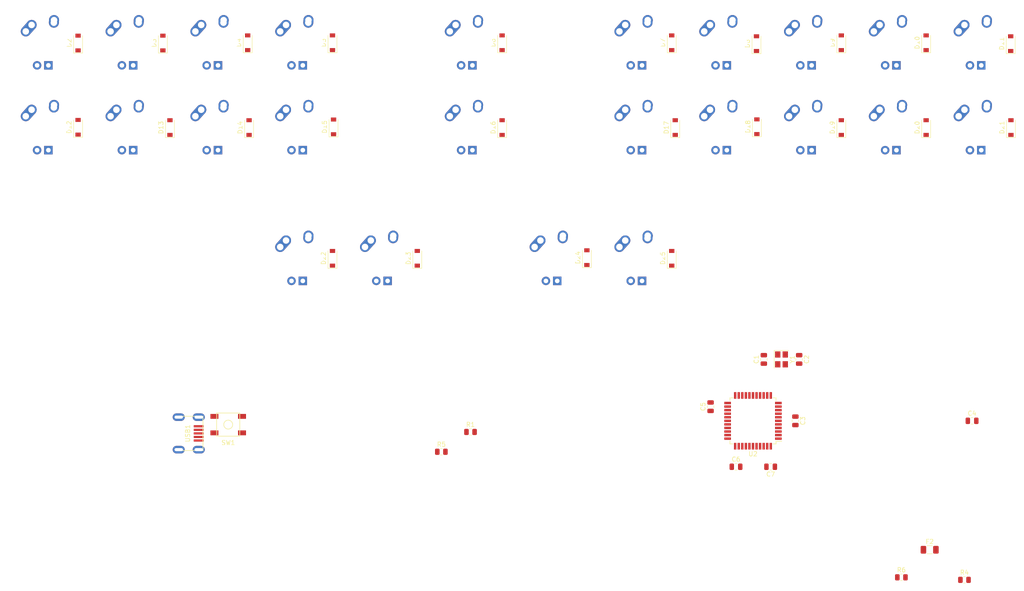
<source format=kicad_pcb>
(kicad_pcb (version 20211014) (generator pcbnew)
  (layers (0 "F.Cu" signal) (31 "B.Cu" signal) (34 "B.Paste" user) (35 "F.Paste" user) (36 "B.SilkS" user "B.Silkscreen") (37 "F.SilkS" user "F.Silkscreen") (38 "B.Mask" user) (39 "F.Mask" user) (44 "Edge.Cuts" user))
  (net 0 "")
  (net 1 "Net-(*1-Pad2)")
  (net 2 "COL4")
  (net 3 "Net-(*2-Pad2)")
  (net 4 "Net-(A1-Pad2)")
  (net 5 "COL3")
  (net 6 "Net-(B1-Pad2)")
  (net 7 "COL6")
  (net 8 "GND")
  (net 9 "Net-(C1-Pad2)")
  (net 10 "Net-(C2-Pad2)")
  (net 11 "Net-(C3-Pad1)")
  (net 12 "+5V")
  (net 13 "Net-(D1-Pad2)")
  (net 14 "COL9")
  (net 15 "ROW0")
  (net 16 "Net-(S1-Pad2)")
  (net 17 "Net-(T1-Pad2)")
  (net 18 "Net-(P1-Pad2)")
  (net 19 "Net-(H1-Pad2)")
  (net 20 "Net-(F1-Pad2)")
  (net 21 "Net-(P2-Pad2)")
  (net 22 "Net-(L1-Pad2)")
  (net 23 "Net-(T2-Pad2)")
  (net 24 "ROW1")
  (net 25 "Net-(S2-Pad2)")
  (net 26 "Net-(K1-Pad2)")
  (net 27 "Net-(W1-Pad2)")
  (net 28 "Net-(R2-Pad2)")
  (net 29 "Net-(R3-Pad2)")
  (net 30 "Net-(G1-Pad2)")
  (net 31 "Net-(S3-Pad2)")
  (net 32 "Net-(Z1-Pad2)")
  (net 33 "ROW2")
  (net 34 "Net-(O1-Pad2)")
  (net 35 "Net-(E1-Pad2)")
  (net 36 "Net-(U1-Pad2)")
  (net 37 "COL5")
  (net 38 "VCC")
  (net 39 "COL7")
  (net 40 "COL1")
  (net 41 "COL2")
  (net 42 "Net-(R1-Pad1)")
  (net 43 "D+")
  (net 44 "Net-(R4-Pad2)")
  (net 45 "D-")
  (net 46 "Net-(R5-Pad2)")
  (net 47 "Net-(R6-Pad1)")
  (net 48 "COL0")
  (net 49 "COL8")
  (footprint "MX_Alps_Hybrid:MX-1U" (layer "F.Cu") (at 258.7625 68.2625)
    (fp_text reference "Z1")
    (fp_text value "MX-NoLED")
    (pad "" np_thru_hole circle locked (at 0 0) (size 3.9878 3.9878) (drill 3.9878) (layers *.Cu *.Mask))
    (pad "" np_thru_hole circle locked (at 5.08 0 48.0996) (size 1.75 1.75) (drill 1.75) (layers *.Cu *.Mask))
    (pad "" np_thru_hole circle locked (at -5.08 0 48.0996) (size 1.75 1.75) (drill 1.75) (layers *.Cu *.Mask))
    (pad "1" thru_hole circle locked (at -2.5 -4) (size 2.25 2.25) (drill 1.47) (layers *.Cu "B.Mask") (net 14 "COL9"))
    (pad "1" thru_hole oval locked (at -3.81 -2.54 48.0996) (size 4.211556 2.25) (drill 1.47 (offset 0.980778 0)) (layers *.Cu "B.Mask") (net 14 "COL9"))
    (pad "2" thru_hole circle locked (at 2.54 -5.08) (size 2.25 2.25) (drill 1.47) (layers *.Cu "B.Mask") (net 32 "Net-(Z1-Pad2)"))
    (pad "2" thru_hole oval locked (at 2.5 -4.5 86.0548) (size 2.831378 2.25) (drill 1.47 (offset 0.290689 0)) (layers *.Cu "B.Mask") (net 32 "Net-(Z1-Pad2)"))
    (pad "3" thru_hole circle locked (at -1.27 5.08) (size 1.905 1.905) (drill 1.04) (layers *.Cu "B.Mask"))
    (pad "4" thru_hole rect locked (at 1.27 5.08) (size 1.905 1.905) (drill 1.04) (layers *.Cu "B.Mask"))
  )
  (footprint "Diode_SMD:D_SOD-123" (layer "F.Cu") (at 247.65 49.2125 90)
    (fp_text reference "D10" (at 0 -2 90) (layer "F.SilkS"))
    (fp_text value "D_Small")
    (pad "1" smd rect (at -1.65 0 90) (size 0.9 1.2) (layers "F.Cu" "F.Paste" "F.Mask") (net 15 "ROW0"))
    (pad "2" smd rect (at 1.65 0 90) (size 0.9 1.2) (layers "F.Cu" "F.Paste" "F.Mask") (net 23 "Net-(T2-Pad2)"))
  )
  (footprint "MX_Alps_Hybrid:MX-1U" (layer "F.Cu") (at 258.7625 49.2125)
    (fp_text reference "D1")
    (fp_text value "MX-NoLED")
    (pad "" np_thru_hole circle locked (at 0 0) (size 3.9878 3.9878) (drill 3.9878) (layers *.Cu *.Mask))
    (pad "" np_thru_hole circle locked (at 5.08 0 48.0996) (size 1.75 1.75) (drill 1.75) (layers *.Cu *.Mask))
    (pad "" np_thru_hole circle locked (at -5.08 0 48.0996) (size 1.75 1.75) (drill 1.75) (layers *.Cu *.Mask))
    (pad "1" thru_hole circle locked (at -2.5 -4) (size 2.25 2.25) (drill 1.47) (layers *.Cu "B.Mask") (net 14 "COL9"))
    (pad "1" thru_hole oval locked (at -3.81 -2.54 48.0996) (size 4.211556 2.25) (drill 1.47 (offset 0.980778 0)) (layers *.Cu "B.Mask") (net 14 "COL9"))
    (pad "2" thru_hole circle locked (at 2.54 -5.08) (size 2.25 2.25) (drill 1.47) (layers *.Cu "B.Mask") (net 13 "Net-(D1-Pad2)"))
    (pad "2" thru_hole oval locked (at 2.5 -4.5 86.0548) (size 2.831378 2.25) (drill 1.47 (offset 0.290689 0)) (layers *.Cu "B.Mask") (net 13 "Net-(D1-Pad2)"))
    (pad "3" thru_hole circle locked (at -1.27 5.08) (size 1.905 1.905) (drill 1.04) (layers *.Cu "B.Mask"))
    (pad "4" thru_hole rect locked (at 1.27 5.08) (size 1.905 1.905) (drill 1.04) (layers *.Cu "B.Mask"))
  )
  (footprint "MX_Alps_Hybrid:MX-1U" (layer "F.Cu") (at 49.2125 49.2125)
    (fp_text reference "S1")
    (fp_text value "MX-NoLED")
    (pad "" np_thru_hole circle locked (at -5.08 0 48.0996) (size 1.75 1.75) (drill 1.75) (layers *.Cu *.Mask))
    (pad "" np_thru_hole circle locked (at 5.08 0 48.0996) (size 1.75 1.75) (drill 1.75) (layers *.Cu *.Mask))
    (pad "" np_thru_hole circle locked (at 0 0) (size 3.9878 3.9878) (drill 3.9878) (layers *.Cu *.Mask))
    (pad "1" thru_hole circle locked (at -2.5 -4) (size 2.25 2.25) (drill 1.47) (layers *.Cu "B.Mask") (net 48 "COL0"))
    (pad "1" thru_hole oval locked (at -3.81 -2.54 48.0996) (size 4.211556 2.25) (drill 1.47 (offset 0.980778 0)) (layers *.Cu "B.Mask") (net 48 "COL0"))
    (pad "2" thru_hole circle locked (at 2.54 -5.08) (size 2.25 2.25) (drill 1.47) (layers *.Cu "B.Mask") (net 16 "Net-(S1-Pad2)"))
    (pad "2" thru_hole oval locked (at 2.5 -4.5 86.0548) (size 2.831378 2.25) (drill 1.47 (offset 0.290689 0)) (layers *.Cu "B.Mask") (net 16 "Net-(S1-Pad2)"))
    (pad "3" thru_hole circle locked (at -1.27 5.08) (size 1.905 1.905) (drill 1.04) (layers *.Cu "B.Mask"))
    (pad "4" thru_hole rect locked (at 1.27 5.08) (size 1.905 1.905) (drill 1.04) (layers *.Cu "B.Mask"))
  )
  (footprint "Diode_SMD:D_SOD-123" (layer "F.Cu") (at 95.5625 68.2625 90)
    (fp_text reference "D14" (at 0 -2 90) (layer "F.SilkS"))
    (fp_text value "D_Small")
    (pad "1" smd rect (at -1.65 0 90) (size 0.9 1.2) (layers "F.Cu" "F.Paste" "F.Mask") (net 24 "ROW1"))
    (pad "2" smd rect (at 1.65 0 90) (size 0.9 1.2) (layers "F.Cu" "F.Paste" "F.Mask") (net 27 "Net-(W1-Pad2)"))
  )
  (footprint "Diode_SMD:D_SOD-123" (layer "F.Cu") (at 152.4 68.2625 90)
    (fp_text reference "D16" (at 0 -2 90) (layer "F.SilkS"))
    (fp_text value "D_Small")
    (pad "1" smd rect (at -1.65 0 90) (size 0.9 1.2) (layers "F.Cu" "F.Paste" "F.Mask") (net 24 "ROW1"))
    (pad "2" smd rect (at 1.65 0 90) (size 0.9 1.2) (layers "F.Cu" "F.Paste" "F.Mask") (net 3 "Net-(*2-Pad2)"))
  )
  (footprint "Diode_SMD:D_SOD-123" (layer "F.Cu") (at 190.5 97.63125 90)
    (fp_text reference "D25" (at 0 -2 90) (layer "F.SilkS"))
    (fp_text value "D_Small")
    (pad "1" smd rect (at -1.65 0 90) (size 0.9 1.2) (layers "F.Cu" "F.Paste" "F.Mask") (net 33 "ROW2"))
    (pad "2" smd rect (at 1.65 0 90) (size 0.9 1.2) (layers "F.Cu" "F.Paste" "F.Mask") (net 36 "Net-(U1-Pad2)"))
  )
  (footprint "MX_Alps_Hybrid:MX-1U" (layer "F.Cu") (at 68.2625 49.2125)
    (fp_text reference "T1")
    (fp_text value "MX-NoLED")
    (pad "" np_thru_hole circle locked (at 5.08 0 48.0996) (size 1.75 1.75) (drill 1.75) (layers *.Cu *.Mask))
    (pad "" np_thru_hole circle locked (at -5.08 0 48.0996) (size 1.75 1.75) (drill 1.75) (layers *.Cu *.Mask))
    (pad "" np_thru_hole circle locked (at 0 0) (size 3.9878 3.9878) (drill 3.9878) (layers *.Cu *.Mask))
    (pad "1" thru_hole circle locked (at -2.5 -4) (size 2.25 2.25) (drill 1.47) (layers *.Cu "B.Mask") (net 40 "COL1"))
    (pad "1" thru_hole oval locked (at -3.81 -2.54 48.0996) (size 4.211556 2.25) (drill 1.47 (offset 0.980778 0)) (layers *.Cu "B.Mask") (net 40 "COL1"))
    (pad "2" thru_hole circle locked (at 2.54 -5.08) (size 2.25 2.25) (drill 1.47) (layers *.Cu "B.Mask") (net 17 "Net-(T1-Pad2)"))
    (pad "2" thru_hole oval locked (at 2.5 -4.5 86.0548) (size 2.831378 2.25) (drill 1.47 (offset 0.290689 0)) (layers *.Cu "B.Mask") (net 17 "Net-(T1-Pad2)"))
    (pad "3" thru_hole circle locked (at -1.27 5.08) (size 1.905 1.905) (drill 1.04) (layers *.Cu "B.Mask"))
    (pad "4" thru_hole rect locked (at 1.27 5.08) (size 1.905 1.905) (drill 1.04) (layers *.Cu "B.Mask"))
  )
  (footprint "MX_Alps_Hybrid:MX-1U" (layer "F.Cu") (at 239.7125 49.2125)
    (fp_text reference "T2")
    (fp_text value "MX-NoLED")
    (pad "" np_thru_hole circle locked (at 0 0) (size 3.9878 3.9878) (drill 3.9878) (layers *.Cu *.Mask))
    (pad "" np_thru_hole circle locked (at -5.08 0 48.0996) (size 1.75 1.75) (drill 1.75) (layers *.Cu *.Mask))
    (pad "" np_thru_hole circle locked (at 5.08 0 48.0996) (size 1.75 1.75) (drill 1.75) (layers *.Cu *.Mask))
    (pad "1" thru_hole oval locked (at -3.81 -2.54 48.0996) (size 4.211556 2.25) (drill 1.47 (offset 0.980778 0)) (layers *.Cu "B.Mask") (net 49 "COL8"))
    (pad "1" thru_hole circle locked (at -2.5 -4) (size 2.25 2.25) (drill 1.47) (layers *.Cu "B.Mask") (net 49 "COL8"))
    (pad "2" thru_hole circle locked (at 2.54 -5.08) (size 2.25 2.25) (drill 1.47) (layers *.Cu "B.Mask") (net 23 "Net-(T2-Pad2)"))
    (pad "2" thru_hole oval locked (at 2.5 -4.5 86.0548) (size 2.831378 2.25) (drill 1.47 (offset 0.290689 0)) (layers *.Cu "B.Mask") (net 23 "Net-(T2-Pad2)"))
    (pad "3" thru_hole circle locked (at -1.27 5.08) (size 1.905 1.905) (drill 1.04) (layers *.Cu "B.Mask"))
    (pad "4" thru_hole rect locked (at 1.27 5.08) (size 1.905 1.905) (drill 1.04) (layers *.Cu "B.Mask"))
  )
  (footprint "Capacitor_SMD:C_0805_2012Metric" (layer "F.Cu") (at 257.96875 134.14375)
    (fp_text reference "C4" (at 0 -1.68) (layer "F.SilkS"))
    (fp_text value "0.1uF")
    (pad "1" smd roundrect (at -0.95 0) (size 1 1.45) (layers "F.Cu" "F.Paste" "F.Mask") (net 12 "+5V"))
    (pad "2" smd roundrect (at 0.95 0) (size 1 1.45) (layers "F.Cu" "F.Paste" "F.Mask") (net 8 "GND"))
  )
  (footprint "Diode_SMD:D_SOD-123" (layer "F.Cu") (at 247.65 68.2625 90)
    (fp_text reference "D20" (at 0 -2 90) (layer "F.SilkS"))
    (fp_text value "D_Small")
    (pad "1" smd rect (at -1.65 0 90) (size 0.9 1.2) (layers "F.Cu" "F.Paste" "F.Mask") (net 24 "ROW1"))
    (pad "2" smd rect (at 1.65 0 90) (size 0.9 1.2) (layers "F.Cu" "F.Paste" "F.Mask") (net 31 "Net-(S3-Pad2)"))
  )
  (footprint "Diode_SMD:D_SOD-123" (layer "F.Cu") (at 77.7875 68.2625 90)
    (fp_text reference "D13" (at 0 -2 90) (layer "F.SilkS"))
    (fp_text value "D_Small")
    (pad "1" smd rect (at -1.65 0 90) (size 0.9 1.2) (layers "F.Cu" "F.Paste" "F.Mask") (net 24 "ROW1"))
    (pad "2" smd rect (at 1.65 0 90) (size 0.9 1.2) (layers "F.Cu" "F.Paste" "F.Mask") (net 26 "Net-(K1-Pad2)"))
  )
  (footprint "Diode_SMD:D_SOD-123" (layer "F.Cu") (at 114.3 49.2125 90)
    (fp_text reference "D5" (at 0 -2 90) (layer "F.SilkS"))
    (fp_text value "D_Small")
    (pad "1" smd rect (at -1.65 0 90) (size 0.9 1.2) (layers "F.Cu" "F.Paste" "F.Mask") (net 15 "ROW0"))
    (pad "2" smd rect (at 1.65 0 90) (size 0.9 1.2) (layers "F.Cu" "F.Paste" "F.Mask") (net 19 "Net-(H1-Pad2)"))
  )
  (footprint "Capacitor_SMD:C_0805_2012Metric" (layer "F.Cu") (at 199.23125 130.96875 90)
    (fp_text reference "C5" (at 0 -1.68 90) (layer "F.SilkS"))
    (fp_text value "0.1uF")
    (pad "1" smd roundrect (at -0.95 0 90) (size 1 1.45) (layers "F.Cu" "F.Paste" "F.Mask") (net 12 "+5V"))
    (pad "2" smd roundrect (at 0.95 0 90) (size 1 1.45) (layers "F.Cu" "F.Paste" "F.Mask") (net 8 "GND"))
  )
  (footprint "Capacitor_SMD:C_0805_2012Metric" (layer "F.Cu") (at 212.725 144.4625 180)
    (fp_text reference "C7" (at 0 -1.68) (layer "F.SilkS"))
    (fp_text value "10uF")
    (pad "1" smd roundrect (at -0.95 0 180) (size 1 1.45) (layers "F.Cu" "F.Paste" "F.Mask") (net 12 "+5V"))
    (pad "2" smd roundrect (at 0.95 0 180) (size 1 1.45) (layers "F.Cu" "F.Paste" "F.Mask") (net 8 "GND"))
  )
  (footprint "Diode_SMD:D_SOD-123" (layer "F.Cu") (at 266.7 68.2625 90)
    (fp_text reference "D21" (at 0 -2 90) (layer "F.SilkS"))
    (fp_text value "D_Small")
    (pad "1" smd rect (at -1.65 0 90) (size 0.9 1.2) (layers "F.Cu" "F.Paste" "F.Mask") (net 24 "ROW1"))
    (pad "2" smd rect (at 1.65 0 90) (size 0.9 1.2) (layers "F.Cu" "F.Paste" "F.Mask") (net 32 "Net-(Z1-Pad2)"))
  )
  (footprint "MX_Alps_Hybrid:MX-1U" (layer "F.Cu") (at 220.6625 68.2625)
    (fp_text reference "G1")
    (fp_text value "MX-NoLED")
    (pad "" np_thru_hole circle locked (at 5.08 0 48.0996) (size 1.75 1.75) (drill 1.75) (layers *.Cu *.Mask))
    (pad "" np_thru_hole circle locked (at -5.08 0 48.0996) (size 1.75 1.75) (drill 1.75) (layers *.Cu *.Mask))
    (pad "" np_thru_hole circle locked (at 0 0) (size 3.9878 3.9878) (drill 3.9878) (layers *.Cu *.Mask))
    (pad "1" thru_hole oval locked (at -3.81 -2.54 48.0996) (size 4.211556 2.25) (drill 1.47 (offset 0.980778 0)) (layers *.Cu "B.Mask") (net 39 "COL7"))
    (pad "1" thru_hole circle locked (at -2.5 -4) (size 2.25 2.25) (drill 1.47) (layers *.Cu "B.Mask") (net 39 "COL7"))
    (pad "2" thru_hole oval locked (at 2.5 -4.5 86.0548) (size 2.831378 2.25) (drill 1.47 (offset 0.290689 0)) (layers *.Cu "B.Mask") (net 30 "Net-(G1-Pad2)"))
    (pad "2" thru_hole circle locked (at 2.54 -5.08) (size 2.25 2.25) (drill 1.47) (layers *.Cu "B.Mask") (net 30 "Net-(G1-Pad2)"))
    (pad "3" thru_hole circle locked (at -1.27 5.08) (size 1.905 1.905) (drill 1.04) (layers *.Cu "B.Mask"))
    (pad "4" thru_hole rect locked (at 1.27 5.08) (size 1.905 1.905) (drill 1.04) (layers *.Cu "B.Mask"))
  )
  (footprint "MX_Alps_Hybrid:MX-1U" (layer "F.Cu") (at 163.5125 97.63125)
    (fp_text reference "E1")
    (fp_text value "MX-NoLED")
    (pad "" np_thru_hole circle locked (at -5.08 0 48.0996) (size 1.75 1.75) (drill 1.75) (layers *.Cu *.Mask))
    (pad "" np_thru_hole circle locked (at 5.08 0 48.0996) (size 1.75 1.75) (drill 1.75) (layers *.Cu *.Mask))
    (pad "" np_thru_hole circle locked (at 0 0) (size 3.9878 3.9878) (drill 3.9878) (layers *.Cu *.Mask))
    (pad "1" thru_hole circle locked (at -2.5 -4) (size 2.25 2.25) (drill 1.47) (layers *.Cu "B.Mask") (net 37 "COL5"))
    (pad "1" thru_hole oval locked (at -3.81 -2.54 48.0996) (size 4.211556 2.25) (drill 1.47 (offset 0.980778 0)) (layers *.Cu "B.Mask") (net 37 "COL5"))
    (pad "2" thru_hole oval locked (at 2.5 -4.5 86.0548) (size 2.831378 2.25) (drill 1.47 (offset 0.290689 0)) (layers *.Cu "B.Mask") (net 35 "Net-(E1-Pad2)"))
    (pad "2" thru_hole circle locked (at 2.54 -5.08) (size 2.25 2.25) (drill 1.47) (layers *.Cu "B.Mask") (net 35 "Net-(E1-Pad2)"))
    (pad "3" thru_hole circle locked (at -1.27 5.08) (size 1.905 1.905) (drill 1.04) (layers *.Cu "B.Mask"))
    (pad "4" thru_hole rect locked (at 1.27 5.08) (size 1.905 1.905) (drill 1.04) (layers *.Cu "B.Mask"))
  )
  (footprint "random-keyboard-parts:Molex-0548190589" (layer "F.Cu") (at 79.75625 136.96575)
    (fp_text reference "USB1" (at 2.032 0 90) (layer "F.SilkS"))
    (fp_text value "Molex-0548190589")
    (pad "1" smd rect locked (at 4.5 1.6) (size 2.25 0.5) (layers "F.Cu" "F.Paste" "F.Mask") (net 8 "GND"))
    (pad "2" smd rect locked (at 4.5 0.8) (size 2.25 0.5) (layers "F.Cu" "F.Paste" "F.Mask"))
    (pad "3" smd rect locked (at 4.5 0) (size 2.25 0.5) (layers "F.Cu" "F.Paste" "F.Mask") (net 43 "D+"))
    (pad "4" smd rect locked (at 4.5 -0.8) (size 2.25 0.5) (layers "F.Cu" "F.Paste" "F.Mask") (net 45 "D-"))
    (pad "5" smd rect locked (at 4.5 -1.6) (size 2.25 0.5) (layers "F.Cu" "F.Paste" "F.Mask") (net 38 "VCC"))
    (pad "6" thru_hole oval locked (at 4.5 -3.65) (size 2.7 1.7) (drill oval 1.9 0.7) (layers *.Cu *.Mask))
    (pad "6" thru_hole oval locked (at 0 3.65) (size 2.7 1.7) (drill oval 1.9 0.7) (layers *.Cu *.Mask))
    (pad "6" thru_hole oval locked (at 4.5 3.65) (size 2.7 1.7) (drill oval 1.9 0.7) (layers *.Cu *.Mask))
    (pad "6" thru_hole oval locked (at 0 -3.65) (size 2.7 1.7) (drill oval 1.9 0.7) (layers *.Cu *.Mask))
  )
  (footprint "Diode_SMD:D_SOD-123" (layer "F.Cu") (at 209.54375 49.4125 90)
    (fp_text reference "D8" (at 0 -2 90) (layer "F.SilkS"))
    (fp_text value "D_Small")
    (pad "1" smd rect (at -1.65 0 90) (size 0.9 1.2) (layers "F.Cu" "F.Paste" "F.Mask") (net 15 "ROW0"))
    (pad "2" smd rect (at 1.65 0 90) (size 0.9 1.2) (layers "F.Cu" "F.Paste" "F.Mask") (net 21 "Net-(P2-Pad2)"))
  )
  (footprint "Diode_SMD:D_SOD-123" (layer "F.Cu") (at 95.25 49.2125 90)
    (fp_text reference "D4" (at 0 -2 90) (layer "F.SilkS"))
    (fp_text value "D_Small")
    (pad "1" smd rect (at -1.65 0 90) (size 0.9 1.2) (layers "F.Cu" "F.Paste" "F.Mask") (net 15 "ROW0"))
    (pad "2" smd rect (at 1.65 0 90) (size 0.9 1.2) (layers "F.Cu" "F.Paste" "F.Mask") (net 18 "Net-(P1-Pad2)"))
  )
  (footprint "Diode_SMD:D_SOD-123" (layer "F.Cu") (at 228.6 49.2125 90)
    (fp_text reference "D9" (at 0 -2 90) (layer "F.SilkS"))
    (fp_text value "D_Small")
    (pad "1" smd rect (at -1.65 0 90) (size 0.9 1.2) (layers "F.Cu" "F.Paste" "F.Mask") (net 15 "ROW0"))
    (pad "2" smd rect (at 1.65 0 90) (size 0.9 1.2) (layers "F.Cu" "F.Paste" "F.Mask") (net 22 "Net-(L1-Pad2)"))
  )
  (footprint "MX_Alps_Hybrid:MX-1U" (layer "F.Cu") (at 144.4625 49.2125)
    (fp_text reference "*1")
    (fp_text value "MX-NoLED")
    (pad "" np_thru_hole circle locked (at 0 0) (size 3.9878 3.9878) (drill 3.9878) (layers *.Cu *.Mask))
    (pad "" np_thru_hole circle locked (at 5.08 0 48.0996) (size 1.75 1.75) (drill 1.75) (layers *.Cu *.Mask))
    (pad "" np_thru_hole circle locked (at -5.08 0 48.0996) (size 1.75 1.75) (drill 1.75) (layers *.Cu *.Mask))
    (pad "1" thru_hole circle locked (at -2.5 -4) (size 2.25 2.25) (drill 1.47) (layers *.Cu "B.Mask") (net 2 "COL4"))
    (pad "1" thru_hole oval locked (at -3.81 -2.54 48.0996) (size 4.211556 2.25) (drill 1.47 (offset 0.980778 0)) (layers *.Cu "B.Mask") (net 2 "COL4"))
    (pad "2" thru_hole circle locked (at 2.54 -5.08) (size 2.25 2.25) (drill 1.47) (layers *.Cu "B.Mask") (net 1 "Net-(*1-Pad2)"))
    (pad "2" thru_hole oval locked (at 2.5 -4.5 86.0548) (size 2.831378 2.25) (drill 1.47 (offset 0.290689 0)) (layers *.Cu "B.Mask") (net 1 "Net-(*1-Pad2)"))
    (pad "3" thru_hole circle locked (at -1.27 5.08) (size 1.905 1.905) (drill 1.04) (layers *.Cu "B.Mask"))
    (pad "4" thru_hole rect locked (at 1.27 5.08) (size 1.905 1.905) (drill 1.04) (layers *.Cu "B.Mask"))
  )
  (footprint "MX_Alps_Hybrid:MX-1U" (layer "F.Cu") (at 201.6125 49.2125)
    (fp_text reference "P2")
    (fp_text value "MX-NoLED")
    (pad "" np_thru_hole circle locked (at -5.08 0 48.0996) (size 1.75 1.75) (drill 1.75) (layers *.Cu *.Mask))
    (pad "" np_thru_hole circle locked (at 0 0) (size 3.9878 3.9878) (drill 3.9878) (layers *.Cu *.Mask))
    (pad "" np_thru_hole circle locked (at 5.08 0 48.0996) (size 1.75 1.75) (drill 1.75) (layers *.Cu *.Mask))
    (pad "1" thru_hole circle locked (at -2.5 -4) (size 2.25 2.25) (drill 1.47) (layers *.Cu "B.Mask") (net 7 "COL6"))
    (pad "1" thru_hole oval locked (at -3.81 -2.54 48.0996) (size 4.211556 2.25) (drill 1.47 (offset 0.980778 0)) (layers *.Cu "B.Mask") (net 7 "COL6"))
    (pad "2" thru_hole circle locked (at 2.54 -5.08) (size 2.25 2.25) (drill 1.47) (layers *.Cu "B.Mask") (net 21 "Net-(P2-Pad2)"))
    (pad "2" thru_hole oval locked (at 2.5 -4.5 86.0548) (size 2.831378 2.25) (drill 1.47 (offset 0.290689 0)) (layers *.Cu "B.Mask") (net 21 "Net-(P2-Pad2)"))
    (pad "3" thru_hole circle locked (at -1.27 5.08) (size 1.905 1.905) (drill 1.04) (layers *.Cu "B.Mask"))
    (pad "4" thru_hole rect locked (at 1.27 5.08) (size 1.905 1.905) (drill 1.04) (layers *.Cu "B.Mask"))
  )
  (footprint "Resistor_SMD:R_0805_2012Metric" (layer "F.Cu") (at 256.2625 169.8625)
    (fp_text reference "R4" (at 0 -1.65) (layer "F.SilkS"))
    (fp_text value "22")
    (pad "1" smd roundrect (at -0.9125 0) (size 1.025 1.4) (layers "F.Cu" "F.Paste" "F.Mask") (roundrect_rratio 0.243902) (net 43 "D+"))
    (pad "2" smd roundrect (at 0.9125 0) (size 1.025 1.4) (layers "F.Cu" "F.Paste" "F.Mask") (roundrect_rratio 0.243902) (net 44 "Net-(R4-Pad2)"))
  )
  (footprint "Resistor_SMD:R_0805_2012Metric" (layer "F.Cu") (at 138.75625 141.09375)
    (fp_text reference "R5" (at 0 -1.65) (layer "F.SilkS"))
    (fp_text value "22")
    (pad "1" smd roundrect (at -0.9125 0) (size 1.025 1.4) (layers "F.Cu" "F.Paste" "F.Mask") (roundrect_rratio 0.243902) (net 45 "D-"))
    (pad "2" smd roundrect (at 0.9125 0) (size 1.025 1.4) (layers "F.Cu" "F.Paste" "F.Mask") (roundrect_rratio 0.243902) (net 46 "Net-(R5-Pad2)"))
  )
  (footprint "MX_Alps_Hybrid:MX-1U" (layer "F.Cu") (at 201.6125 68.2625)
    (fp_text reference "B1")
    (fp_text value "MX-NoLED")
    (pad "" np_thru_hole circle locked (at 0 0) (size 3.9878 3.9878) (drill 3.9878) (layers *.Cu *.Mask))
    (pad "" np_thru_hole circle locked (at 5.08 0 48.0996) (size 1.75 1.75) (drill 1.75) (layers *.Cu *.Mask))
    (pad "" np_thru_hole circle locked (at -5.08 0 48.0996) (size 1.75 1.75) (drill 1.75) (layers *.Cu *.Mask))
    (pad "1" thru_hole oval locked (at -3.81 -2.54 48.0996) (size 4.211556 2.25) (drill 1.47 (offset 0.980778 0)) (layers *.Cu "B.Mask") (net 7 "COL6"))
    (pad "1" thru_hole circle locked (at -2.5 -4) (size 2.25 2.25) (drill 1.47) (layers *.Cu "B.Mask") (net 7 "COL6"))
    (pad "2" thru_hole oval locked (at 2.5 -4.5 86.0548) (size 2.831378 2.25) (drill 1.47 (offset 0.290689 0)) (layers *.Cu "B.Mask") (net 6 "Net-(B1-Pad2)"))
    (pad "2" thru_hole circle locked (at 2.54 -5.08) (size 2.25 2.25) (drill 1.47) (layers *.Cu "B.Mask") (net 6 "Net-(B1-Pad2)"))
    (pad "3" thru_hole circle locked (at -1.27 5.08) (size 1.905 1.905) (drill 1.04) (layers *.Cu "B.Mask"))
    (pad "4" thru_hole rect locked (at 1.27 5.08) (size 1.905 1.905) (drill 1.04) (layers *.Cu "B.Mask"))
  )
  (footprint "Diode_SMD:D_SOD-123" (layer "F.Cu") (at 114.3 97.63125 90)
    (fp_text reference "D22" (at 0 -2 90) (layer "F.SilkS"))
    (fp_text value "D_Small")
    (pad "1" smd rect (at -1.65 0 90) (size 0.9 1.2) (layers "F.Cu" "F.Paste" "F.Mask") (net 33 "ROW2"))
    (pad "2" smd rect (at 1.65 0 90) (size 0.9 1.2) (layers "F.Cu" "F.Paste" "F.Mask") (net 4 "Net-(A1-Pad2)"))
  )
  (footprint "Diode_SMD:D_SOD-123" (layer "F.Cu") (at 190.5 49.2125 90)
    (fp_text reference "D7" (at 0 -2 90) (layer "F.SilkS"))
    (fp_text value "D_Small")
    (pad "1" smd rect (at -1.65 0 90) (size 0.9 1.2) (layers "F.Cu" "F.Paste" "F.Mask") (net 15 "ROW0"))
    (pad "2" smd rect (at 1.65 0 90) (size 0.9 1.2) (layers "F.Cu" "F.Paste" "F.Mask") (net 20 "Net-(F1-Pad2)"))
  )
  (footprint "Capacitor_SMD:C_0805_2012Metric" (layer "F.Cu") (at 219.13125 120.34375 -90)
    (fp_text reference "C2" (at 0 -1.68 90) (layer "F.SilkS"))
    (fp_text value "22uF")
    (pad "1" smd roundrect (at -0.95 0 270) (size 1 1.45) (layers "F.Cu" "F.Paste" "F.Mask") (net 8 "GND"))
    (pad "2" smd roundrect (at 0.95 0 270) (size 1 1.45) (layers "F.Cu" "F.Paste" "F.Mask") (net 10 "Net-(C2-Pad2)"))
  )
  (footprint "Diode_SMD:D_SOD-123" (layer "F.Cu") (at 114.5375 68.1125 90)
    (fp_text reference "D15" (at 0 -2 90) (layer "F.SilkS"))
    (fp_text value "D_Small")
    (pad "1" smd rect (at -1.65 0 90) (size 0.9 1.2) (layers "F.Cu" "F.Paste" "F.Mask") (net 24 "ROW1"))
    (pad "2" smd rect (at 1.65 0 90) (size 0.9 1.2) (layers "F.Cu" "F.Paste" "F.Mask") (net 28 "Net-(R2-Pad2)"))
  )
  (footprint "MX_Alps_Hybrid:MX-1U" (layer "F.Cu") (at 144.4625 68.2625)
    (fp_text reference "*2")
    (fp_text value "MX-NoLED")
    (pad "" np_thru_hole circle locked (at 5.08 0 48.0996) (size 1.75 1.75) (drill 1.75) (layers *.Cu *.Mask))
    (pad "" np_thru_hole circle locked (at -5.08 0 48.0996) (size 1.75 1.75) (drill 1.75) (layers *.Cu *.Mask))
    (pad "" np_thru_hole circle locked (at 0 0) (size 3.9878 3.9878) (drill 3.9878) (layers *.Cu *.Mask))
    (pad "1" thru_hole oval locked (at -3.81 -2.54 48.0996) (size 4.211556 2.25) (drill 1.47 (offset 0.980778 0)) (layers *.Cu "B.Mask") (net 2 "COL4"))
    (pad "1" thru_hole circle locked (at -2.5 -4) (size 2.25 2.25) (drill 1.47) (layers *.Cu "B.Mask") (net 2 "COL4"))
    (pad "2" thru_hole circle locked (at 2.54 -5.08) (size 2.25 2.25) (drill 1.47) (layers *.Cu "B.Mask") (net 3 "Net-(*2-Pad2)"))
    (pad "2" thru_hole oval locked (at 2.5 -4.5 86.0548) (size 2.831378 2.25) (drill 1.47 (offset 0.290689 0)) (layers *.Cu "B.Mask") (net 3 "Net-(*2-Pad2)"))
    (pad "3" thru_hole circle locked (at -1.27 5.08) (size 1.905 1.905) (drill 1.04) (layers *.Cu "B.Mask"))
    (pad "4" thru_hole rect locked (at 1.27 5.08) (size 1.905 1.905) (drill 1.04) (layers *.Cu "B.Mask"))
  )
  (footprint "Crystal:Crystal_SMD_3225-4Pin_3.2x2.5mm" (layer "F.Cu") (at 215.1625 120.34375 -90)
    (fp_text reference "Y1" (at 0 -2.45 90) (layer "F.SilkS"))
    (fp_text value "16MHz")
    (pad "1" smd rect (at -1.1 0.85 270) (size 1.4 1.2) (layers "F.Cu" "F.Paste" "F.Mask") (net 9 "Net-(C1-Pad2)"))
    (pad "2" smd rect (at 1.1 0.85 270) (size 1.4 1.2) (layers "F.Cu" "F.Paste" "F.Mask") (net 8 "GND"))
    (pad "3" smd rect (at 1.1 -0.85 270) (size 1.4 1.2) (layers "F.Cu" "F.Paste" "F.Mask") (net 10 "Net-(C2-Pad2)"))
    (pad "4" smd rect (at -1.1 -0.85 270) (size 1.4 1.2) (layers "F.Cu" "F.Paste" "F.Mask") (net 8 "GND"))
  )
  (footprint "Diode_SMD:D_SOD-123" (layer "F.Cu") (at 57.15 49.275 90)
    (fp_text reference "D2" (at 0 -2 90) (layer "F.SilkS"))
    (fp_text value "D_Small")
    (pad "1" smd rect (at -1.65 0 90) (size 0.9 1.2) (layers "F.Cu" "F.Paste" "F.Mask") (net 15 "ROW0"))
    (pad "2" smd rect (at 1.65 0 90) (size 0.9 1.2) (layers "F.Cu" "F.Paste" "F.Mask") (net 16 "Net-(S1-Pad2)"))
  )
  (footprint "Capacitor_SMD:C_0805_2012Metric" (layer "F.Cu") (at 204.94375 144.4625)
    (fp_text reference "C6" (at 0 -1.68) (layer "F.SilkS"))
    (fp_text value "0.1uF")
    (pad "1" smd roundrect (at -0.95 0) (size 1 1.45) (layers "F.Cu" "F.Paste" "F.Mask") (net 12 "+5V"))
    (pad "2" smd roundrect (at 0.95 0) (size 1 1.45) (layers "F.Cu" "F.Paste" "F.Mask") (net 8 "GND"))
  )
  (footprint "Diode_SMD:D_SOD-123" (layer "F.Cu") (at 266.64375 49.4125 90)
    (fp_text reference "D11" (at 0 -2 90) (layer "F.SilkS"))
    (fp_text value "D_Small")
    (pad "1" smd rect (at -1.65 0 90) (size 0.9 1.2) (layers "F.Cu" "F.Paste" "F.Mask") (net 15 "ROW0"))
    (pad "2" smd rect (at 1.65 0 90) (size 0.9 1.2) (layers "F.Cu" "F.Paste" "F.Mask") (net 13 "Net-(D1-Pad2)"))
  )
  (footprint "Fuse:Fuse_1206_3216Metric" (layer "F.Cu") (at 248.44375 163.10375)
    (fp_text reference "F2" (at 0 -1.82) (layer "F.SilkS"))
    (fp_text value "Polyfuse_Small")
    (pad "1" smd roundrect (at -1.4 0) (size 1.25 1.75) (layers "F.Cu" "F.Paste" "F.Mask") (roundrect_rratio 0.2) (net 38 "VCC"))
    (pad "2" smd roundrect (at 1.4 0) (size 1.25 1.75) (layers "F.Cu" "F.Paste" "F.Mask") (roundrect_rratio 0.2) (net 12 "+5V"))
  )
  (footprint "Diode_SMD:D_SOD-123" (layer "F.Cu") (at 152.4 49.2125 90)
    (fp_text reference "D6" (at 0 -2 90) (layer "F.SilkS"))
    (fp_text value "D_Small")
    (pad "1" smd rect (at -1.65 0 90) (size 0.9 1.2) (layers "F.Cu" "F.Paste" "F.Mask") (net 15 "ROW0"))
    (pad "2" smd rect (at 1.65 0 90) (size 0.9 1.2) (layers "F.Cu" "F.Paste" "F.Mask") (net 1 "Net-(*1-Pad2)"))
  )
  (footprint "MX_Alps_Hybrid:MX-1U" (layer "F.Cu") (at 68.2625 68.2625)
    (fp_text reference "K1")
    (fp_text value "MX-NoLED")
    (pad "" np_thru_hole circle locked (at 5.08 0 48.0996) (size 1.75 1.75) (drill 1.75) (layers *.Cu *.Mask))
    (pad "" np_thru_hole circle locked (at 0 0) (size 3.9878 3.9878) (drill 3.9878) (layers *.Cu *.Mask))
    (pad "" np_thru_hole circle locked (at -5.08 0 48.0996) (size 1.75 1.75) (drill 1.75) (layers *.Cu *.Mask))
    (pad "1" thru_hole oval locked (at -3.81 -2.54 48.0996) (size 4.211556 2.25) (drill 1.47 (offset 0.980778 0)) (layers *.Cu "B.Mask") (net 40 "COL1"))
    (pad "1" thru_hole circle locked (at -2.5 -4) (size 2.25 2.25) (drill 1.47) (layers *.Cu "B.Mask") (net 40 "COL1"))
    (pad "2" thru_hole oval locked (at 2.5 -4.5 86.0548) (size 2.831378 2.25) (drill 1.47 (offset 0.290689 0)) (layers *.Cu "B.Mask") (net 26 "Net-(K1-Pad2)"))
    (pad "2" thru_hole circle locked (at 2.54 -5.08) (size 2.25 2.25) (drill 1.47) (layers *.Cu "B.Mask") (net 26 "Net-(K1-Pad2)"))
    (pad "3" thru_hole circle locked (at -1.27 5.08) (size 1.905 1.905) (drill 1.04) (layers *.Cu "B.Mask"))
    (pad "4" thru_hole rect locked (at 1.27 5.08) (size 1.905 1.905) (drill 1.04) (layers *.Cu "B.Mask"))
  )
  (footprint "Diode_SMD:D_SOD-123" (layer "F.Cu") (at 133.35 97.63125 90)
    (fp_text reference "D23" (at 0 -2 90) (layer "F.SilkS"))
    (fp_text value "D_Small")
    (pad "1" smd rect (at -1.65 0 90) (size 0.9 1.2) (layers "F.Cu" "F.Paste" "F.Mask") (net 33 "ROW2"))
    (pad "2" smd rect (at 1.65 0 90) (size 0.9 1.2) (layers "F.Cu" "F.Paste" "F.Mask") (net 34 "Net-(O1-Pad2)"))
  )
  (footprint "MX_Alps_Hybrid:MX-1U" (layer "F.Cu") (at 182.5625 97.63125)
    (fp_text reference "U1")
    (fp_text value "MX-NoLED")
    (pad "" np_thru_hole circle locked (at 0 0) (size 3.9878 3.9878) (drill 3.9878) (layers *.Cu *.Mask))
    (pad "" np_thru_hole circle locked (at -5.08 0 48.0996) (size 1.75 1.75) (drill 1.75) (layers *.Cu *.Mask))
    (pad "" np_thru_hole circle locked (at 5.08 0 48.0996) (size 1.75 1.75) (drill 1.75) (layers *.Cu *.Mask))
    (pad "1" thru_hole oval locked (at -3.81 -2.54 48.0996) (size 4.211556 2.25) (drill 1.47 (offset 0.980778 0)) (layers *.Cu "B.Mask") (net 37 "COL5"))
    (pad "1" thru_hole circle locked (at -2.5 -4) (size 2.25 2.25) (drill 1.47) (layers *.Cu "B.Mask") (net 37 "COL5"))
    (pad "2" thru_hole oval locked (at 2.5 -4.5 86.0548) (size 2.831378 2.25) (drill 1.47 (offset 0.290689 0)) (layers *.Cu "B.Mask") (net 36 "Net-(U1-Pad2)"))
    (pad "2" thru_hole circle locked (at 2.54 -5.08) (size 2.25 2.25) (drill 1.47) (layers *.Cu "B.Mask") (net 36 "Net-(U1-Pad2)"))
    (pad "3" thru_hole circle locked (at -1.27 5.08) (size 1.905 1.905) (drill 1.04) (layers *.Cu "B.Mask"))
    (pad "4" thru_hole rect locked (at 1.27 5.08) (size 1.905 1.905) (drill 1.04) (layers *.Cu "B.Mask"))
  )
  (footprint "Package_QFP:TQFP-44_10x10mm_P0.8mm" (layer "F.Cu") (at 208.75625 134.14375 180)
    (fp_text reference "U2" (at 0 -7.45) (layer "F.SilkS"))
    (fp_text value "ATmega32U4-A")
    (pad "1" smd rect (at -5.7 -4 180) (size 1.5 0.55) (layers "F.Cu" "F.Paste" "F.Mask"))
    (pad "2" smd rect (at -5.7 -3.2 180) (size 1.5 0.55) (layers "F.Cu" "F.Paste" "F.Mask") (net 12 "+5V"))
    (pad "3" smd rect (at -5.7 -2.4 180) (size 1.5 0.55) (layers "F.Cu" "F.Paste" "F.Mask") (net 46 "Net-(R5-Pad2)"))
    (pad "4" smd rect (at -5.7 -1.6 180) (size 1.5 0.55) (layers "F.Cu" "F.Paste" "F.Mask") (net 44 "Net-(R4-Pad2)"))
    (pad "5" smd rect (at -5.7 -0.8 180) (size 1.5 0.55) (layers "F.Cu" "F.Paste" "F.Mask") (net 8 "GND"))
    (pad "6" smd rect (at -5.7 0 180) (size 1.5 0.55) (layers "F.Cu" "F.Paste" "F.Mask") (net 11 "Net-(C3-Pad1)"))
    (pad "7" smd rect (at -5.7 0.8 180) (size 1.5 0.55) (layers "F.Cu" "F.Paste" "F.Mask") (net 12 "+5V"))
    (pad "8" smd rect (at -5.7 1.6 180) (size 1.5 0.55) (layers "F.Cu" "F.Paste" "F.Mask"))
    (pad "9" smd rect (at -5.7 2.4 180) (size 1.5 0.55) (layers "F.Cu" "F.Paste" "F.Mask"))
    (pad "10" smd rect (at -5.7 3.2 180) (size 1.5 0.55) (layers "F.Cu" "F.Paste" "F.Mask"))
    (pad "11" smd rect (at -5.7 4 180) (size 1.5 0.55) (layers "F.Cu" "F.Paste" "F.Mask"))
    (pad "12" smd rect (at -4 5.7 270) (size 1.5 0.55) (layers "F.Cu" "F.Paste" "F.Mask"))
    (pad "13" smd rect (at -3.2 5.7 270) (size 1.5 0.55) (layers "F.Cu" "F.Paste" "F.Mask") (net 42 "Net-(R1-Pad1)"))
    (pad "14" smd rect (at -2.4 5.7 270) (size 1.5 0.55) (layers "F.Cu" "F.Paste" "F.Mask") (net 12 "+5V"))
    (pad "15" smd rect (at -1.6 5.7 270) (size 1.5 0.55) (layers "F.Cu" "F.Paste" "F.Mask") (net 8 "GND"))
    (pad "16" smd rect (at -0.8 5.7 270) (size 1.5 0.55) (layers "F.Cu" "F.Paste" "F.Mask") (net 10 "Net-(C2-Pad2)"))
    (pad "17" smd rect (at 0 5.7 270) (size 1.5 0.55) (layers "F.Cu" "F.Paste" "F.Mask") (net 9 "Net-(C1-Pad2)"))
    (pad "18" smd rect (at 0.8 5.7 270) (size 1.5 0.55) (layers "F.Cu" "F.Paste" "F.Mask"))
    (pad "19" smd rect (at 1.6 5.7 270) (size 1.5 0.55) (layers "F.Cu" "F.Paste" "F.Mask"))
    (pad "20" smd rect (at 2.4 5.7 270) (size 1.5 0.55) (layers "F.Cu" "F.Paste" "F.Mask"))
    (pad "21" smd rect (at 3.2 5.7 270) (size 1.5 0.55) (layers "F.Cu" "F.Paste" "F.Mask"))
    (pad "22" smd rect (at 4 5.7 270) (size 1.5 0.55) (layers "F.Cu" "F.Paste" "F.Mask"))
    (pad "23" smd rect (at 5.7 4 180) (size 1.5 0.55) (layers "F.Cu" "F.Paste" "F.Mask") (net 8 "GND"))
    (pad "24" smd rect (at 5.7 3.2 180) (size 1.5 0.55) (layers "F.Cu" "F.Paste" "F.Mask") (net 12 "+5V"))
    (pad "25" smd rect (at 5.7 2.4 180) (size 1.5 0.55) (layers "F.Cu" "F.Paste" "F.Mask"))
    (pad "26" smd rect (at 5.7 1.6 180) (size 1.5 0.55) (layers "F.Cu" "F.Paste" "F.Mask"))
    (pad "27" smd rect (at 5.7 0.8 180) (size 1.5 0.55) (layers "F.Cu" "F.Paste" "F.Mask"))
    (pad "28" smd rect (at 5.7 0 180) (size 1.5 0.55) (layers "F.Cu" "F.Paste" "F.Mask"))
    (pad "29" smd rect (at 5.7 -0.8 180) (size 1.5 0.55) (layers "F.Cu" "F.Paste" "F.Mask"))
    (pad "30" smd rect (at 5.7 -1.6 180) (size 1.5 0.55) (layers "F.Cu" "F.Paste" "F.Mask"))
    (pad "31" smd rect (at 5.7 -2.4 180) (size 1.5 0.55) (layers "F.Cu" "F.Paste" "F.Mask"))
    (pad "32" smd rect (at 5.7 -3.2 180) (size 1.5 0.55) (layers "F.Cu" "F.Paste" "F.Mask"))
    (pad "33" smd rect (at 5.7 -4 180) (size 1.5 0.55) (layers "F.Cu" "F.Paste" "F.Mask") (net 47 "Net-(R6-Pad1)"))
    (pad "34" smd rect (at 4 -5.7 270) (size 1.5 0.55) (layers "F.Cu" "F.Paste" "F.Mask") (net 12 "+5V"))
    (pad "35" smd rect (at 3.2 -5.7 270) (size 1.5 0.55) (layers "F.Cu" "F.Paste" "F.Mask") (net 8 "GND"))
    (pad "36" smd rect (at 2.4 -5.7 270) (size 1.5 0.55) (layers "F.Cu" "F.Paste" "F.Mask"))
    (pad "37" smd rect (at 1.6 -5.7 270) (size 1.5 0.55) (layers "F.Cu" "F.Paste" "F.Mask"))
    (pad "38" smd rect (at 0.8 -5.7 270) (size 1.5 0.55) (layers "F.Cu" "F.Paste" "F.Mask"))
    (pad "39" smd rect (at 0 -5.7 270) (size 1.5 0.55) (layers "F.Cu" "F.Paste" "F.Mask"))
    (pad "40" smd rect (at -0.8 -5.7 270) (size 1.5 0.55) (layers "F.Cu" "F.Paste" "F.Mask"))
    (pad "41" smd rect (at -1.6 -5.7 270) (size 1.5 0.55) (layers "F.Cu" "F.Paste" "F.Mask"))
    (pad "42" smd rect (at -2.4 -5.7 270) (size 1.5 0.55) (layers "F.Cu" "F.Paste" "F.Mask"))
    (pad "43" smd rect (at -3.2 -5.7 270) (size 1.5 0.55) (layers "F.Cu" "F.Paste" "F.Mask") (net 8 "GND"))
    (pad "44" smd rect (at -4 -5.7 270) (size 1.5 0.55) (layers "F.Cu" "F.Paste" "F.Mask") (net 12 "+5V"))
  )
  (footprint "Diode_SMD:D_SOD-123" (layer "F.Cu") (at 228.6 68.2625 90)
    (fp_text reference "D19" (at 0 -2 90) (layer "F.SilkS"))
    (fp_text value "D_Small")
    (pad "1" smd rect (at -1.65 0 90) (size 0.9 1.2) (layers "F.Cu" "F.Paste" "F.Mask") (net 24 "ROW1"))
    (pad "2" smd rect (at 1.65 0 90) (size 0.9 1.2) (layers "F.Cu" "F.Paste" "F.Mask") (net 30 "Net-(G1-Pad2)"))
  )
  (footprint "Capacitor_SMD:C_0805_2012Metric" (layer "F.Cu") (at 211.19375 120.34375 90)
    (fp_text reference "C1" (at 0 -1.68 90) (layer "F.SilkS"))
    (fp_text value "22uF")
    (pad "1" smd roundrect (at -0.95 0 90) (size 1 1.45) (layers "F.Cu" "F.Paste" "F.Mask") (net 8 "GND"))
    (pad "2" smd roundrect (at 0.95 0 90) (size 1 1.45) (layers "F.Cu" "F.Paste" "F.Mask") (net 9 "Net-(C1-Pad2)"))
  )
  (footprint "Diode_SMD:D_SOD-123" (layer "F.Cu") (at 171.44375 97.48125 90)
    (fp_text reference "D24" (at 0 -2 90) (layer "F.SilkS"))
    (fp_text value "D_Small")
    (pad "1" smd rect (at -1.65 0 90) (size 0.9 1.2) (layers "F.Cu" "F.Paste" "F.Mask") (net 33 "ROW2"))
    (pad "2" smd rect (at 1.65 0 90) (size 0.9 1.2) (layers "F.Cu" "F.Paste" "F.Mask") (net 35 "Net-(E1-Pad2)"))
  )
  (footprint "Resistor_SMD:R_0805_2012Metric" (layer "F.Cu") (at 242.09375 169.29375)
    (fp_text reference "R6" (at 0 -1.65) (layer "F.SilkS"))
    (fp_text value "10k")
    (pad "1" smd roundrect (at -0.9125 0) (size 1.025 1.4) (layers "F.Cu" "F.Paste" "F.Mask") (roundrect_rratio 0.243902) (net 47 "Net-(R6-Pad1)"))
    (pad "2" smd roundrect (at 0.9125 0) (size 1.025 1.4) (layers "F.Cu" "F.Paste" "F.Mask") (roundrect_rratio 0.243902) (net 8 "GND"))
  )
  (footprint "random-keyboard-parts:SKQG-1155865" (layer "F.Cu") (at 90.87625 134.99375)
    (fp_text reference "SW1" (at 0 4.064) (layer "F.SilkS"))
    (fp_text value "SW_Push")
    (pad "1" smd rect locked (at 3.1 1.85) (size 1.8 1.1) (layers "F.Cu" "F.Paste" "F.Mask") (net 8 "GND"))
    (pad "2" smd rect locked (at -3.1 -1.85) (size 1.8 1.1) (layers "F.Cu" "F.Paste" "F.Mask") (net 42 "Net-(R1-Pad1)"))
    (pad "3" smd rect locked (at 3.1 -1.85) (size 1.8 1.1) (layers "F.Cu" "F.Paste" "F.Mask"))
    (pad "4" smd rect locked (at -3.1 1.85) (size 1.8 1.1) (layers "F.Cu" "F.Paste" "F.Mask"))
  )
  (footprint "MX_Alps_Hybrid:MX-1U" (layer "F.Cu") (at 182.5625 49.2125)
    (fp_text reference "F1")
    (fp_text value "MX-NoLED")
    (pad "" np_thru_hole circle locked (at 0 0) (size 3.9878 3.9878) (drill 3.9878) (layers *.Cu *.Mask))
    (pad "" np_thru_hole circle locked (at 5.08 0 48.0996) (size 1.75 1.75) (drill 1.75) (layers *.Cu *.Mask))
    (pad "" np_thru_hole circle locked (at -5.08 0 48.0996) (size 1.75 1.75) (drill 1.75) (layers *.Cu *.Mask))
    (pad "1" thru_hole oval locked (at -3.81 -2.54 48.0996) (size 4.211556 2.25) (drill 1.47 (offset 0.980778 0)) (layers *.Cu "B.Mask") (net 37 "COL5"))
    (pad "1" thru_hole circle locked (at -2.5 -4) (size 2.25 2.25) (drill 1.47) (layers *.Cu "B.Mask") (net 37 "COL5"))
    (pad "2" thru_hole circle locked (at 2.54 -5.08) (size 2.25 2.25) (drill 1.47) (layers *.Cu "B.Mask") (net 20 "Net-(F1-Pad2)"))
    (pad "2" thru_hole oval locked (at 2.5 -4.5 86.0548) (size 2.831378 2.25) (drill 1.47 (offset 0.290689 0)) (layers *.Cu "B.Mask") (net 20 "Net-(F1-Pad2)"))
    (pad "3" thru_hole circle locked (at -1.27 5.08) (size 1.905 1.905) (drill 1.04) (layers *.Cu "B.Mask"))
    (pad "4" thru_hole rect locked (at 1.27 5.08) (size 1.905 1.905) (drill 1.04) (layers *.Cu "B.Mask"))
  )
  (footprint "MX_Alps_Hybrid:MX-1U" (layer "F.Cu") (at 87.3125 68.2625)
    (fp_text reference "W1")
    (fp_text value "MX-NoLED")
    (pad "" np_thru_hole circle locked (at 5.08 0 48.0996) (size 1.75 1.75) (drill 1.75) (layers *.Cu *.Mask))
    (pad "" np_thru_hole circle locked (at -5.08 0 48.0996) (size 1.75 1.75) (drill 1.75) (layers *.Cu *.Mask))
    (pad "" np_thru_hole circle locked (at 0 0) (size 3.9878 3.9878) (drill 3.9878) (layers *.Cu *.Mask))
    (pad "1" thru_hole oval locked (at -3.81 -2.54 48.0996) (size 4.211556 2.25) (drill 1.47 (offset 0.980778 0)) (layers *.Cu "B.Mask") (net 41 "COL2"))
    (pad "1" thru_hole circle locked (at -2.5 -4) (size 2.25 2.25) (drill 1.47) (layers *.Cu "B.Mask") (net 41 "COL2"))
    (pad "2" thru_hole oval locked (at 2.5 -4.5 86.0548) (size 2.831378 2.25) (drill 1.47 (offset 0.290689 0)) (layers *.Cu "B.Mask") (net 27 "Net-(W1-Pad2)"))
    (pad "2" thru_hole circle locked (at 2.54 -5.08) (size 2.25 2.25) (drill 1.47) (layers *.Cu "B.Mask") (net 27 "Net-(W1-Pad2)"))
    (pad "3" thru_hole circle locked (at -1.27 5.08) (size 1.905 1.905) (drill 1.04) (layers *.Cu "B.Mask"))
    (pad "4" thru_hole rect locked (at 1.27 5.08) (size 1.905 1.905) (drill 1.04) (layers *.Cu "B.Mask"))
  )
  (footprint "Diode_SMD:D_SOD-123" (layer "F.Cu") (at 209.63125 68.075 90)
    (fp_text reference "D18" (at 0 -2 90) (layer "F.SilkS"))
    (fp_text value "D_Small")
    (pad "1" smd rect (at -1.65 0 90) (size 0.9 1.2) (layers "F.Cu" "F.Paste" "F.Mask") (net 24 "ROW1"))
    (pad "2" smd rect (at 1.65 0 90) (size 0.9 1.2) (layers "F.Cu" "F.Paste" "F.Mask") (net 6 "Net-(B1-Pad2)"))
  )
  (footprint "Resistor_SMD:R_0805_2012Metric" (layer "F.Cu") (at 145.30625 136.64375)
    (fp_text reference "R1" (at 0 -1.65) (layer "F.SilkS"))
    (fp_text value "10k")
    (pad "1" smd roundrect (at -0.9125 0) (size 1.025 1.4) (layers "F.Cu" "F.Paste" "F.Mask") (roundrect_rratio 0.243902) (net 42 "Net-(R1-Pad1)"))
    (pad "2" smd roundrect (at 0.9125 0) (size 1.025 1.4) (layers "F.Cu" "F.Paste" "F.Mask") (roundrect_rratio 0.243902) (net 12 "+5V"))
  )
  (footprint "MX_Alps_Hybrid:MX-1U" (layer "F.Cu") (at 182.5625 68.2625)
    (fp_text reference "R3")
    (fp_text value "MX-NoLED")
    (pad "" np_thru_hole circle locked (at 5.08 0 48.0996) (size 1.75 1.75) (drill 1.75) (layers *.Cu *.Mask))
    (pad "" np_thru_hole circle locked (at 0 0) (size 3.9878 3.9878) (drill 3.9878) (layers *.Cu *.Mask))
    (pad "" np_thru_hole circle locked (at -5.08 0 48.0996) (size 1.75 1.75) (drill 1.75) (layers *.Cu *.Mask))
    (pad "1" thru_hole circle locked (at -2.5 -4) (size 2.25 2.25) (drill 1.47) (layers *.Cu "B.Mask") (net 37 "COL5"))
    (pad "1" thru_hole oval locked (at -3.81 -2.54 48.0996) (size 4.211556 2.25) (drill 1.47 (offset 0.980778 0)) (layers *.Cu "B.Mask") (net 37 "COL5"))
    (pad "2" thru_hole circle locked (at 2.54 -5.08) (size 2.25 2.25) (drill 1.47) (layers *.Cu "B.Mask") (net 29 "Net-(R3-Pad2)"))
    (pad "2" thru_hole oval locked (at 2.5 -4.5 86.0548) (size 2.831378 2.25) (drill 1.47 (offset 0.290689 0)) (layers *.Cu "B.Mask") (net 29 "Net-(R3-Pad2)"))
    (pad "3" thru_hole circle locked (at -1.27 5.08) (size 1.905 1.905) (drill 1.04) (layers *.Cu "B.Mask"))
    (pad "4" thru_hole rect locked (at 1.27 5.08) (size 1.905 1.905) (drill 1.04) (layers *.Cu "B.Mask"))
  )
  (footprint "Diode_SMD:D_SOD-123" (layer "F.Cu") (at 57.15 68.2 90)
    (fp_text reference "D12" (at 0 -2 90) (layer "F.SilkS"))
    (fp_text value "D_Small")
    (pad "1" smd rect (at -1.65 0 90) (size 0.9 1.2) (layers "F.Cu" "F.Paste" "F.Mask") (net 24 "ROW1"))
    (pad "2" smd rect (at 1.65 0 90) (size 0.9 1.2) (layers "F.Cu" "F.Paste" "F.Mask") (net 25 "Net-(S2-Pad2)"))
  )
  (footprint "MX_Alps_Hybrid:MX-1U" (layer "F.Cu") (at 239.7125 68.2625)
    (fp_text reference "S3")
    (fp_text value "MX-NoLED")
    (pad "" np_thru_hole circle locked (at 5.08 0 48.0996) (size 1.75 1.75) (drill 1.75) (layers *.Cu *.Mask))
    (pad "" np_thru_hole circle locked (at -5.08 0 48.0996) (size 1.75 1.75) (drill 1.75) (layers *.Cu *.Mask))
    (pad "" np_thru_hole circle locked (at 0 0) (size 3.9878 3.9878) (drill 3.9878) (layers *.Cu *.Mask))
    (pad "1" thru_hole oval locked (at -3.81 -2.54 48.0996) (size 4.211556 2.25) (drill 1.47 (offset 0.980778 0)) (layers *.Cu "B.Mask") (net 49 "COL8"))
    (pad "1" thru_hole circle locked (at -2.5 -4) (size 2.25 2.25) (drill 1.47) (layers *.Cu "B.Mask") (net 49 "COL8"))
    (pad "2" thru_hole oval locked (at 2.5 -4.5 86.0548) (size 2.831378 2.25) (drill 1.47 (offset 0.290689 0)) (layers *.Cu "B.Mask") (net 31 "Net-(S3-Pad2)"))
    (pad "2" thru_hole circle locked (at 2.54 -5.08) (size 2.25 2.25) (drill 1.47) (layers *.Cu "B.Mask") (net 31 "Net-(S3-Pad2)"))
    (pad "3" thru_hole circle locked (at -1.27 5.08) (size 1.905 1.905) (drill 1.04) (layers *.Cu "B.Mask"))
    (pad "4" thru_hole rect locked (at 1.27 5.08) (size 1.905 1.905) (drill 1.04) (layers *.Cu "B.Mask"))
  )
  (footprint "Diode_SMD:D_SOD-123" (layer "F.Cu") (at 76.2 49.275 90)
    (fp_text reference "D3" (at 0 -2 90) (layer "F.SilkS"))
    (fp_text value "D_Small")
    (pad "1" smd rect (at -1.65 0 90) (size 0.9 1.2) (layers "F.Cu" "F.Paste" "F.Mask") (net 15 "ROW0"))
    (pad "2" smd rect (at 1.65 0 90) (size 0.9 1.2) (layers "F.Cu" "F.Paste" "F.Mask") (net 17 "Net-(T1-Pad2)"))
  )
  (footprint "MX_Alps_Hybrid:MX-1U" (layer "F.Cu") (at 125.4125 97.63125)
    (fp_text reference "O1")
    (fp_text value "MX-NoLED")
    (pad "" np_thru_hole circle locked (at 5.08 0 48.0996) (size 1.75 1.75) (drill 1.75) (layers *.Cu *.Mask))
    (pad "" np_thru_hole circle locked (at 0 0) (size 3.9878 3.9878) (drill 3.9878) (layers *.Cu *.Mask))
    (pad "" np_thru_hole circle locked (at -5.08 0 48.0996) (size 1.75 1.75) (drill 1.75) (layers *.Cu *.Mask))
    (pad "1" thru_hole circle locked (at -2.5 -4) (size 2.25 2.25) (drill 1.47) (layers *.Cu "B.Mask") (net 5 "COL3"))
    (pad "1" thru_hole oval locked (at -3.81 -2.54 48.0996) (size 4.211556 2.25) (drill 1.47 (offset 0.980778 0)) (layers *.Cu "B.Mask") (net 5 "COL3"))
    (pad "2" thru_hole circle locked (at 2.54 -5.08) (size 2.25 2.25) (drill 1.47) (layers *.Cu "B.Mask") (net 34 "Net-(O1-Pad2)"))
    (pad "2" thru_hole oval locked (at 2.5 -4.5 86.0548) (size 2.831378 2.25) (drill 1.47 (offset 0.290689 0)) (layers *.Cu "B.Mask") (net 34 "Net-(O1-Pad2)"))
    (pad "3" thru_hole circle locked (at -1.27 5.08) (size 1.905 1.905) (drill 1.04) (layers *.Cu "B.Mask"))
    (pad "4" thru_hole rect locked (at 1.27 5.08) (size 1.905 1.905) (drill 1.04) (layers *.Cu "B.Mask"))
  )
  (footprint "MX_Alps_Hybrid:MX-1U" (layer "F.Cu") (at 106.3625 68.2625)
    (fp_text reference "R2")
    (fp_text value "MX-NoLED")
    (pad "" np_thru_hole circle locked (at -5.08 0 48.0996) (size 1.75 1.75) (drill 1.75) (layers *.Cu *.Mask))
    (pad "" np_thru_hole circle locked (at 0 0) (size 3.9878 3.9878) (drill 3.9878) (layers *.Cu *.Mask))
    (pad "" np_thru_hole circle locked (at 5.08 0 48.0996) (size 1.75 1.75) (drill 1.75) (layers *.Cu *.Mask))
    (pad "1" thru_hole circle locked (at -2.5 -4) (size 2.25 2.25) (drill 1.47) (layers *.Cu "B.Mask") (net 5 "COL3"))
    (pad "1" thru_hole oval locked (at -3.81 -2.54 48.0996) (size 4.211556 2.25) (drill 1.47 (offset 0.980778 0)) (layers *.Cu "B.Mask") (net 5 "COL3"))
    (pad "2" thru_hole circle locked (at 2.54 -5.08) (size 2.25 2.25) (drill 1.47) (layers *.Cu "B.Mask") (net 28 "Net-(R2-Pad2)"))
    (pad "2" thru_hole oval locked (at 2.5 -4.5 86.0548) (size 2.831378 2.25) (drill 1.47 (offset 0.290689 0)) (layers *.Cu "B.Mask") (net 28 "Net-(R2-Pad2)"))
    (pad "3" thru_hole circle locked (at -1.27 5.08) (size 1.905 1.905) (drill 1.04) (layers *.Cu "B.Mask"))
    (pad "4" thru_hole rect locked (at 1.27 5.08) (size 1.905 1.905) (drill 1.04) (layers *.Cu "B.Mask"))
  )
  (footprint "MX_Alps_Hybrid:MX-1U" (layer "F.Cu") (at 106.3625 49.2125)
    (fp_text reference "H1")
    (fp_text value "MX-NoLED")
    (pad "" np_thru_hole circle locked (at 0 0) (size 3.9878 3.9878) (drill 3.9878) (layers *.Cu *.Mask))
    (pad "" np_thru_hole circle locked (at 5.08 0 48.0996) (size 1.75 1.75) (drill 1.75) (layers *.Cu *.Mask))
    (pad "" np_thru_hole circle locked (at -5.08 0 48.0996) (size 1.75 1.75) (drill 1.75) (layers *.Cu *.Mask))
    (pad "1" thru_hole oval locked (at -3.81 -2.54 48.0996) (size 4.211556 2.25) (drill 1.47 (offset 0.980778 0)) (layers *.Cu "B.Mask") (net 5 "COL3"))
    (pad "1" thru_hole circle locked (at -2.5 -4) (size 2.25 2.25) (drill 1.47) (layers *.Cu "B.Mask") (net 5 "COL3"))
    (pad "2" thru_hole circle locked (at 2.54 -5.08) (size 2.25 2.25) (drill 1.47) (layers *.Cu "B.Mask") (net 19 "Net-(H1-Pad2)"))
    (pad "2" thru_hole oval locked (at 2.5 -4.5 86.0548) (size 2.831378 2.25) (drill 1.47 (offset 0.290689 0)) (layers *.Cu "B.Mask") (net 19 "Net-(H1-Pad2)"))
    (pad "3" thru_hole circle locked (at -1.27 5.08) (size 1.905 1.905) (drill 1.04) (layers *.Cu "B.Mask"))
    (pad "4" thru_hole rect locked (at 1.27 5.08) (size 1.905 1.905) (drill 1.04) (layers *.Cu "B.Mask"))
  )
  (footprint "MX_Alps_Hybrid:MX-1U" (layer "F.Cu") (at 106.3625 97.63125)
    (fp_text reference "A1")
    (fp_text value "MX-NoLED")
    (pad "" np_thru_hole circle locked (at 0 0) (size 3.9878 3.9878) (drill 3.9878) (layers *.Cu *.Mask))
    (pad "" np_thru_hole circle locked (at -5.08 0 48.0996) (size 1.75 1.75) (drill 1.75) (layers *.Cu *.Mask))
    (pad "" np_thru_hole circle locked (at 5.08 0 48.0996) (size 1.75 1.75) (drill 1.75) (layers *.Cu *.Mask))
    (pad "1" thru_hole oval locked (at -3.81 -2.54 48.0996) (size 4.211556 2.25) (drill 1.47 (offset 0.980778 0)) (layers *.Cu "B.Mask") (net 5 "COL3"))
    (pad "1" thru_hole circle locked (at -2.5 -4) (size 2.25 2.25) (drill 1.47) (layers *.Cu "B.Mask") (net 5 "COL3"))
    (pad "2" thru_hole circle locked (at 2.54 -5.08) (size 2.25 2.25) (drill 1.47) (layers *.Cu "B.Mask") (net 4 "Net-(A1-Pad2)"))
    (pad "2" thru_hole oval locked (at 2.5 -4.5 86.0548) (size 2.831378 2.25) (drill 1.47 (offset 0.290689 0)) (layers *.Cu "B.Mask") (net 4 "Net-(A1-Pad2)"))
    (pad "3" thru_hole circle locked (at -1.27 5.08) (size 1.905 1.905) (drill 1.04) (layers *.Cu "B.Mask"))
    (pad "4" thru_hole rect locked (at 1.27 5.08) (size 1.905 1.905) (drill 1.04) (layers *.Cu "B.Mask"))
  )
  (footprint "Capacitor_SMD:C_0805_2012Metric" (layer "F.Cu") (at 218.28125 134.14375 -90)
    (fp_text reference "C3" (at 0 -1.68 90) (layer "F.SilkS"))
    (fp_text value "1uF")
    (pad "1" smd roundrect (at -0.95 0 270) (size 1 1.45) (layers "F.Cu" "F.Paste" "F.Mask") (net 11 "Net-(C3-Pad1)"))
    (pad "2" smd roundrect (at 0.95 0 270) (size 1 1.45) (layers "F.Cu" "F.Paste" "F.Mask") (net 8 "GND"))
  )
  (footprint "MX_Alps_Hybrid:MX-1U" (layer "F.Cu") (at 87.3125 49.2125)
    (fp_text reference "P1")
    (fp_text value "MX-NoLED")
    (pad "" np_thru_hole circle locked (at 0 0) (size 3.9878 3.9878) (drill 3.9878) (layers *.Cu *.Mask))
    (pad "" np_thru_hole circle locked (at 5.08 0 48.0996) (size 1.75 1.75) (drill 1.75) (layers *.Cu *.Mask))
    (pad "" np_thru_hole circle locked (at -5.08 0 48.0996) (size 1.75 1.75) (drill 1.75) (layers *.Cu *.Mask))
    (pad "1" thru_hole oval locked (at -3.81 -2.54 48.0996) (size 4.211556 2.25) (drill 1.47 (offset 0.980778 0)) (layers *.Cu "B.Mask") (net 41 "COL2"))
    (pad "1" thru_hole circle locked (at -2.5 -4) (size 2.25 2.25) (drill 1.47) (layers *.Cu "B.Mask") (net 41 "COL2"))
    (pad "2" thru_hole oval locked (at 2.5 -4.5 86.0548) (size 2.831378 2.25) (drill 1.47 (offset 0.290689 0)) (layers *.Cu "B.Mask") (net 18 "Net-(P1-Pad2)"))
    (pad "2" thru_hole circle locked (at 2.54 -5.08) (size 2.25 2.25) (drill 1.47) (layers *.Cu "B.Mask") (net 18 "Net-(P1-Pad2)"))
    (pad "3" thru_hole circle locked (at -1.27 5.08) (size 1.905 1.905) (drill 1.04) (layers *.Cu "B.Mask"))
    (pad "4" thru_hole rect locked (at 1.27 5.08) (size 1.905 1.905) (drill 1.04) (layers *.Cu "B.Mask"))
  )
  (footprint "MX_Alps_Hybrid:MX-1U" (layer "F.Cu") (at 220.6625 49.2125)
    (fp_text reference "L1")
    (fp_text value "MX-NoLED")
    (pad "" np_thru_hole circle locked (at 0 0) (size 3.9878 3.9878) (drill 3.9878) (layers *.Cu *.Mask))
    (pad "" np_thru_hole circle locked (at -5.08 0 48.0996) (size 1.75 1.75) (drill 1.75) (layers *.Cu *.Mask))
    (pad "" np_thru_hole circle locked (at 5.08 0 48.0996) (size 1.75 1.75) (drill 1.75) (layers *.Cu *.Mask))
    (pad "1" thru_hole oval locked (at -3.81 -2.54 48.0996) (size 4.211556 2.25) (drill 1.47 (offset 0.980778 0)) (layers *.Cu "B.Mask") (net 39 "COL7"))
    (pad "1" thru_hole circle locked (at -2.5 -4) (size 2.25 2.25) (drill 1.47) (layers *.Cu "B.Mask") (net 39 "COL7"))
    (pad "2" thru_hole circle locked (at 2.54 -5.08) (size 2.25 2.25) (drill 1.47) (layers *.Cu "B.Mask") (net 22 "Net-(L1-Pad2)"))
    (pad "2" thru_hole oval locked (at 2.5 -4.5 86.0548) (size 2.831378 2.25) (drill 1.47 (offset 0.290689 0)) (layers *.Cu "B.Mask") (net 22 "Net-(L1-Pad2)"))
    (pad "3" thru_hole circle locked (at -1.27 5.08) (size 1.905 1.905) (drill 1.04) (layers *.Cu "B.Mask"))
    (pad "4" thru_hole rect locked (at 1.27 5.08) (size 1.905 1.905) (drill 1.04) (layers *.Cu "B.Mask"))
  )
  (footprint "Diode_SMD:D_SOD-123" (layer "F.Cu") (at 191.29375 68.2625 90)
    (fp_text reference "D17" (at 0 -2 90) (layer "F.SilkS"))
    (fp_text value "D_Small")
    (pad "1" smd rect (at -1.65 0 90) (size 0.9 1.2) (layers "F.Cu" "F.Paste" "F.Mask") (net 24 "ROW1"))
    (pad "2" smd rect (at 1.65 0 90) (size 0.9 1.2) (layers "F.Cu" "F.Paste" "F.Mask") (net 29 "Net-(R3-Pad2)"))
  )
  (footprint "MX_Alps_Hybrid:MX-1U" (layer "F.Cu") (at 49.2125 68.2625)
    (fp_text reference "S2")
    (fp_text value "MX-NoLED")
    (pad "" np_thru_hole circle locked (at 5.08 0 48.0996) (size 1.75 1.75) (drill 1.75) (layers *.Cu *.Mask))
    (pad "" np_thru_hole circle locked (at -5.08 0 48.0996) (size 1.75 1.75) (drill 1.75) (layers *.Cu *.Mask))
    (pad "" np_thru_hole circle locked (at 0 0) (size 3.9878 3.9878) (drill 3.9878) (layers *.Cu *.Mask))
    (pad "1" thru_hole circle locked (at -2.5 -4) (size 2.25 2.25) (drill 1.47) (layers *.Cu "B.Mask") (net 48 "COL0"))
    (pad "1" thru_hole oval locked (at -3.81 -2.54 48.0996) (size 4.211556 2.25) (drill 1.47 (offset 0.980778 0)) (layers *.Cu "B.Mask") (net 48 "COL0"))
    (pad "2" thru_hole circle locked (at 2.54 -5.08) (size 2.25 2.25) (drill 1.47) (layers *.Cu "B.Mask") (net 25 "Net-(S2-Pad2)"))
    (pad "2" thru_hole oval locked (at 2.5 -4.5 86.0548) (size 2.831378 2.25) (drill 1.47 (offset 0.290689 0)) (layers *.Cu "B.Mask") (net 25 "Net-(S2-Pad2)"))
    (pad "3" thru_hole circle locked (at -1.27 5.08) (size 1.905 1.905) (drill 1.04) (layers *.Cu "B.Mask"))
    (pad "4" thru_hole rect locked (at 1.27 5.08) (size 1.905 1.905) (drill 1.04) (layers *.Cu "B.Mask"))
  )
)
</source>
